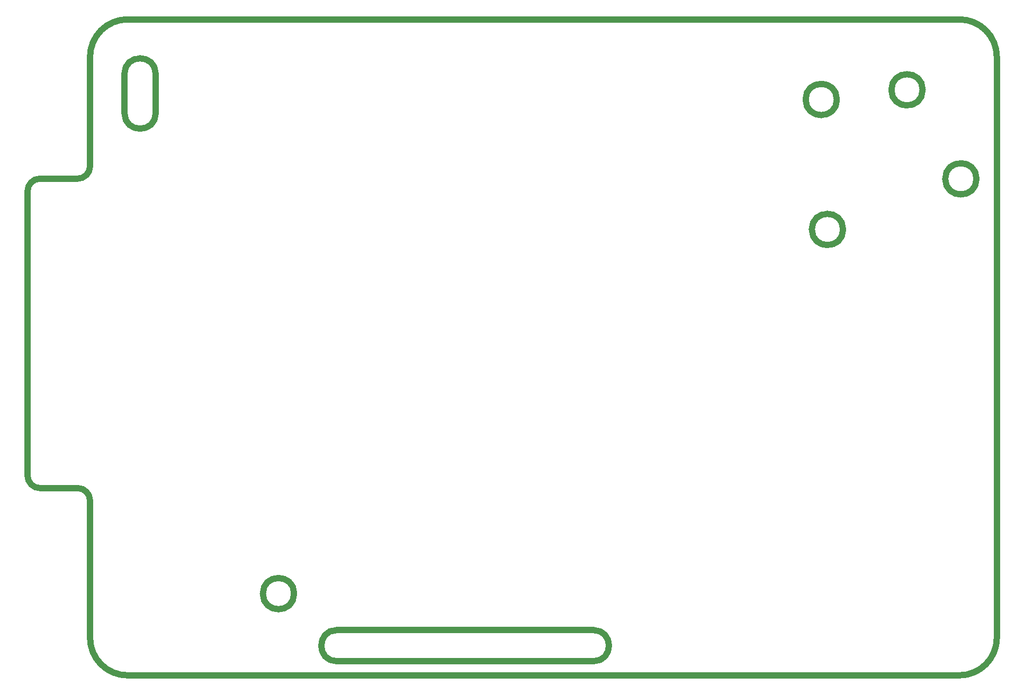
<source format=gko>
G04*
G04 #@! TF.GenerationSoftware,Altium Limited,Altium Designer,19.1.8 (144)*
G04*
G04 Layer_Color=16711935*
%FSLAX25Y25*%
%MOIN*%
G70*
G01*
G75*
%ADD26C,0.03937*%
D26*
X500542Y369000D02*
G03*
X500542Y369000I-9843J0D01*
G01*
X446543Y362900D02*
G03*
X446543Y362900I-9843J0D01*
G01*
X450443Y281000D02*
G03*
X450443Y281000I-9843J0D01*
G01*
X534443Y312900D02*
G03*
X534443Y312900I-9843J0D01*
G01*
X104842Y51500D02*
G03*
X104842Y51500I-9843J0D01*
G01*
X293200Y8857D02*
G03*
X293200Y28543I0J9843D01*
G01*
X131800D02*
G03*
X131800Y8857I0J-9843D01*
G01*
X-1969Y354331D02*
G03*
X17717Y354331I9843J0D01*
G01*
Y378996D02*
G03*
X-1969Y378996I-9843J0D01*
G01*
X0Y413386D02*
G03*
X-23622Y389764I0J-23622D01*
G01*
X-23622Y110126D02*
G03*
X-31496Y118000I-7874J0D01*
G01*
X-62992Y125874D02*
G03*
X-55118Y118000I7874J0D01*
G01*
Y312992D02*
G03*
X-62992Y305118I0J-7874D01*
G01*
X-31496Y312992D02*
G03*
X-23622Y320866I0J7874D01*
G01*
X547244Y389759D02*
G03*
X523622Y413381I-23622J0D01*
G01*
Y-0D02*
G03*
X547244Y23622I0J23622D01*
G01*
X-23622Y23622D02*
G03*
X0Y0I23622J0D01*
G01*
X131800Y8857D02*
X293200D01*
X131800Y28543D02*
X293200D01*
X17717Y354331D02*
Y378996D01*
X-1969Y354331D02*
Y378996D01*
X-31496Y118000D02*
X-31496Y118000D01*
X-55118Y118000D02*
X-31496D01*
Y312992D02*
X-31496Y312992D01*
X-55118Y312992D02*
X-31496D01*
X-62992Y125874D02*
Y305118D01*
X0Y413386D02*
X523622D01*
X-23622Y23622D02*
Y110126D01*
Y320866D02*
Y389764D01*
X0Y0D02*
X523622D01*
X547244Y23622D02*
Y389759D01*
M02*

</source>
